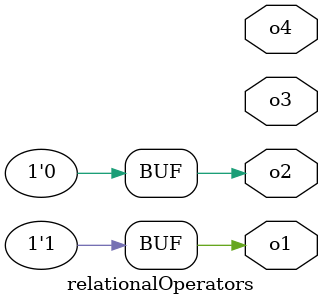
<source format=v>
module relationalOperators
  (
   output o1, o2, o3, o4
   );

   assign o1 = 1<2;		// = 1'b1
   assign o2 = 1>2;		// = 1'b0
   assign o2 = 1>=1;		// = 1'b1
endmodule // relationalOperators

</source>
